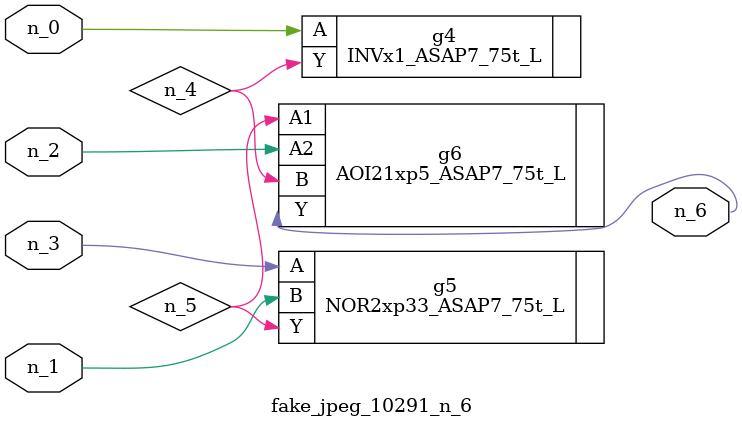
<source format=v>
module fake_jpeg_10291_n_6 (n_0, n_3, n_2, n_1, n_6);

input n_0;
input n_3;
input n_2;
input n_1;

output n_6;

wire n_4;
wire n_5;

INVx1_ASAP7_75t_L g4 ( 
.A(n_0),
.Y(n_4)
);

NOR2xp33_ASAP7_75t_L g5 ( 
.A(n_3),
.B(n_1),
.Y(n_5)
);

AOI21xp5_ASAP7_75t_L g6 ( 
.A1(n_5),
.A2(n_2),
.B(n_4),
.Y(n_6)
);


endmodule
</source>
